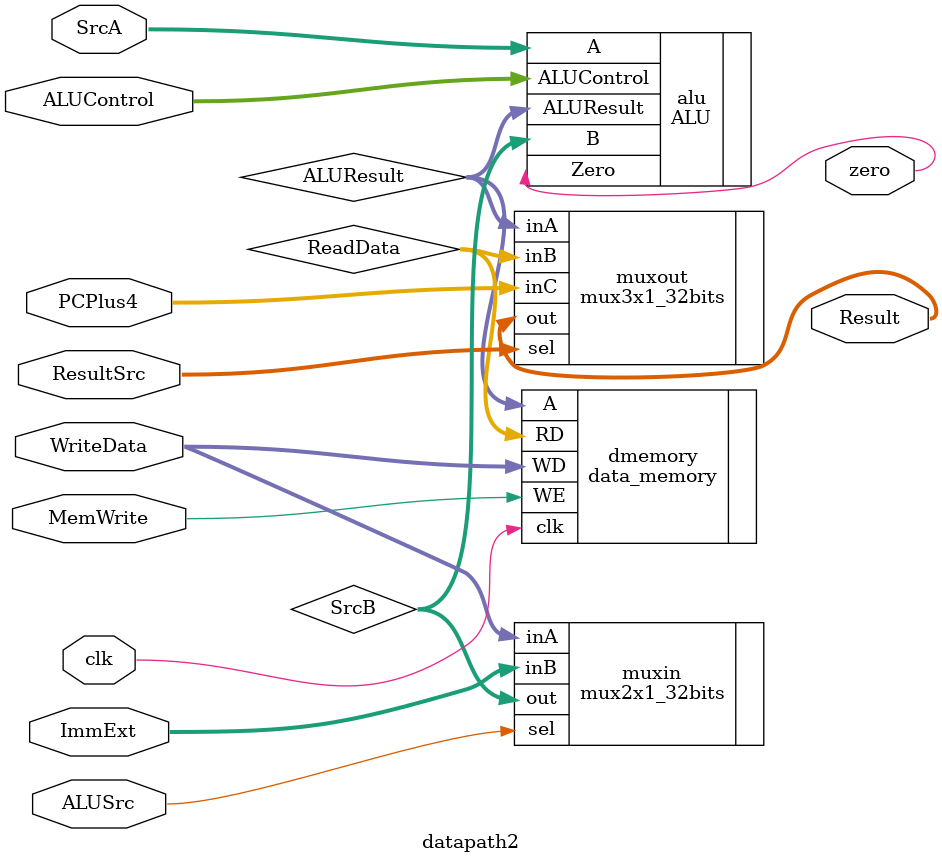
<source format=v>
module datapath2 (
  input [31:0] ImmExt,
  input [31:0] WriteData,
  input [31:0] SrcA,
  input [31:0] PCPlus4,
  input [2:0] ALUControl,
  input MemWrite,
  input [1:0] ResultSrc,
  input clk,
  input ALUSrc,
  output zero,
  output [31:0] Result
);

  wire [31:0] SrcB;
  wire [31:0] ALUResult;
  wire [31:0] ReadData;
  
  mux2x1_32bits muxin (
    .inA(WriteData),
    .inB(ImmExt),
    .sel(ALUSrc),
    .out(SrcB)
  );

  ALU alu (
    .A(SrcA),
    .B(SrcB),
    .ALUControl(ALUControl),
    .ALUResult(ALUResult),
    .Zero(zero)
  );

  data_memory dmemory (
    .clk(clk),
    .A(ALUResult),
    .WD(WriteData),
    .WE(MemWrite),
    .RD(ReadData)
  );

  mux3x1_32bits muxout (
    .inA(ALUResult),
    .inB(ReadData),
    .inC(PCPlus4),
    .sel(ResultSrc),
    .out(Result)
  );

endmodule

</source>
